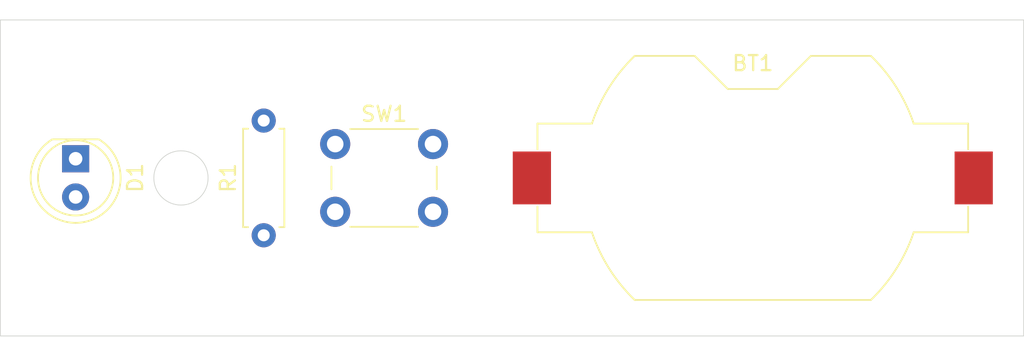
<source format=kicad_pcb>
(kicad_pcb (version 20241229) (generator "pcbnew") (generator_version "9.0")
  (layers (0 "F.Cu" signal) (2 "B.Cu" signal) (13 "F.Paste" user) (15 "B.Paste" user) (5 "F.SilkS" user "F.Silkscreen") (7 "B.SilkS" user "B.Silkscreen") (1 "F.Mask" user) (3 "B.Mask" user) (25 "Edge.Cuts" user))
  (net 0 "")
  (net 1 "Net-(BT1--)")
  (net 2 "Net-(BT1-+)")
  (net 3 "Net-(D1-K)")
  (net 4 "Net-(SW1A-A)")
  (footprint "Resistor_THT:R_Axial_DIN0207_L6.3mm_D2.5mm_P7.62mm_Horizontal" (layer "F.Cu") (at 127.5 104.31 90)
    (property "Reference" "R1" (at 3.81 -2.37 90) (layer "F.SilkS"))
    (property "Value" "R")
    (fp_line (start 7.08 -1.37) (end 7.08 -1.04) (stroke (width 0.12)) (layer "F.SilkS"))
    (fp_line (start 0.54 -1.37) (end 7.08 -1.37) (stroke (width 0.12)) (layer "F.SilkS"))
    (fp_line (start 0.54 -1.04) (end 0.54 -1.37) (stroke (width 0.12)) (layer "F.SilkS"))
    (fp_line (start 0.54 1.04) (end 0.54 1.37) (stroke (width 0.12)) (layer "F.SilkS"))
    (fp_line (start 7.08 1.37) (end 7.08 1.04) (stroke (width 0.12)) (layer "F.SilkS"))
    (fp_line (start 0.54 1.37) (end 7.08 1.37) (stroke (width 0.12)) (layer "F.SilkS"))
    (pad "1" thru_hole circle (at 0 0 90) (size 1.6 1.6) (drill 0.8) (layers "*.Cu" "*.Mask") (net 4 "Net-(SW1A-A)"))
    (pad "2" thru_hole circle (at 7.62 0 90) (size 1.6 1.6) (drill 0.8) (layers "*.Cu" "*.Mask") (net 3 "Net-(D1-K)"))
  )
  (footprint "LED_THT:LED_D5.0mm" (layer "F.Cu") (at 115 99.225 -90)
    (property "Reference" "D1" (at 1.27 -3.96 90) (layer "F.SilkS"))
    (property "Value" "LED")
    (fp_line (start -1.29 -1.545) (end -1.29 1.545) (stroke (width 0.12)) (layer "F.SilkS"))
    (fp_arc (start 4.26 0) (mid 2.071779 2.880495) (end -1.29 1.54483) (stroke (width 0.12)) (layer "F.SilkS"))
    (fp_arc (start -1.29 -1.54483) (mid 2.071779 -2.880495) (end 4.26 0) (stroke (width 0.12)) (layer "F.SilkS"))
    (fp_circle (center 1.27 0) (end 3.77 0) (stroke (width 0.12)) (fill no) (layer "F.SilkS"))
    (pad "1" thru_hole rect (at 0 0 270) (size 1.8 1.8) (drill 0.9) (layers "*.Cu" "*.Mask") (net 3 "Net-(D1-K)"))
    (pad "2" thru_hole circle (at 2.54 0 270) (size 1.8 1.8) (drill 0.9) (layers "*.Cu" "*.Mask") (net 1 "Net-(BT1--)"))
  )
  (footprint "Button_Switch_THT:SW_PUSH_6mm" (layer "F.Cu") (at 132.25 98.25)
    (property "Reference" "SW1" (at 3.25 -2 0) (layer "F.SilkS"))
    (property "Value" "SW_DPST_x2")
    (fp_line (start -0.25 1.5) (end -0.25 3) (stroke (width 0.12)) (layer "F.SilkS"))
    (fp_line (start 1 5.5) (end 5.5 5.5) (stroke (width 0.12)) (layer "F.SilkS"))
    (fp_line (start 5.5 -1) (end 1 -1) (stroke (width 0.12)) (layer "F.SilkS"))
    (fp_line (start 6.75 3) (end 6.75 1.5) (stroke (width 0.12)) (layer "F.SilkS"))
    (pad "1" thru_hole circle (at 0 0 90) (size 2 2) (drill 1.1) (layers "*.Cu" "*.Mask") (net 4 "Net-(SW1A-A)"))
    (pad "1" thru_hole circle (at 6.5 0 90) (size 2 2) (drill 1.1) (layers "*.Cu" "*.Mask") (net 4 "Net-(SW1A-A)"))
    (pad "2" thru_hole circle (at 0 4.5 90) (size 2 2) (drill 1.1) (layers "*.Cu" "*.Mask") (net 2 "Net-(BT1-+)"))
    (pad "2" thru_hole circle (at 6.5 4.5 90) (size 2 2) (drill 1.1) (layers "*.Cu" "*.Mask") (net 2 "Net-(BT1-+)"))
  )
  (footprint "Battery:BatteryHolder_Keystone_1058_1x2032" (layer "F.Cu") (at 160 100.5 180)
    (property "Reference" "BT1" (at 0 7.62 0) (layer "F.SilkS"))
    (property "Value" "Battery_Cell")
    (fp_line (start 14.31 3.61) (end 10.692 3.61) (stroke (width 0.12)) (layer "F.SilkS"))
    (fp_line (start 14.31 1.9) (end 14.31 3.61) (stroke (width 0.12)) (layer "F.SilkS"))
    (fp_line (start 14.31 -1.9) (end 14.31 -3.61) (stroke (width 0.12)) (layer "F.SilkS"))
    (fp_line (start 10.692 -3.61) (end 14.31 -3.61) (stroke (width 0.12)) (layer "F.SilkS"))
    (fp_line (start 7.8473 8.11) (end 3.86 8.11) (stroke (width 0.12)) (layer "F.SilkS"))
    (fp_line (start 1.66 5.91) (end 3.86 8.11) (stroke (width 0.12)) (layer "F.SilkS"))
    (fp_line (start 1.66 5.91) (end -1.66 5.91) (stroke (width 0.12)) (layer "F.SilkS"))
    (fp_line (start -1.66 5.91) (end -3.86 8.11) (stroke (width 0.12)) (layer "F.SilkS"))
    (fp_line (start -3.86 8.11) (end -7.8473 8.11) (stroke (width 0.12)) (layer "F.SilkS"))
    (fp_line (start -7.8473 -8.11) (end 7.8473 -8.11) (stroke (width 0.12)) (layer "F.SilkS"))
    (fp_line (start -10.692 3.61) (end -14.31 3.61) (stroke (width 0.12)) (layer "F.SilkS"))
    (fp_line (start -14.31 1.9) (end -14.31 3.61) (stroke (width 0.12)) (layer "F.SilkS"))
    (fp_line (start -14.31 -1.9) (end -14.31 -3.61) (stroke (width 0.12)) (layer "F.SilkS"))
    (fp_line (start -14.31 -3.61) (end -10.692 -3.61) (stroke (width 0.12)) (layer "F.SilkS"))
    (fp_arc (start 10.692 3.61) (mid 9.538084 6.031244) (end 7.845371 8.111789) (stroke (width 0.12)) (layer "F.SilkS"))
    (fp_arc (start 7.845371 -8.111789) (mid 9.538085 -6.031244) (end 10.692 -3.61) (stroke (width 0.12)) (layer "F.SilkS"))
    (fp_arc (start -7.845371 8.111789) (mid -9.538085 6.031244) (end -10.692 3.61) (stroke (width 0.12)) (layer "F.SilkS"))
    (fp_arc (start -10.692 -3.61) (mid -9.538084 -6.031244) (end -7.845371 -8.111789) (stroke (width 0.12)) (layer "F.SilkS"))
    (pad "1" smd rect (at -14.68 0 180) (size 2.54 3.51) (layers "F.Cu" "F.Mask" "F.Paste") (net 2 "Net-(BT1-+)"))
    (pad "2" smd rect (at 14.68 0 180) (size 2.54 3.51) (layers "F.Cu" "F.Mask" "F.Paste") (net 1 "Net-(BT1--)"))
  )
  (gr_circle (center 122 100.5) (end 123 102) (stroke (width 0.05)) (fill no) (layer "Edge.Cuts"))
  (gr_rect (start 110 90) (end 178 111) (stroke (width 0.05)) (fill no) (layer "Edge.Cuts"))
)
</source>
